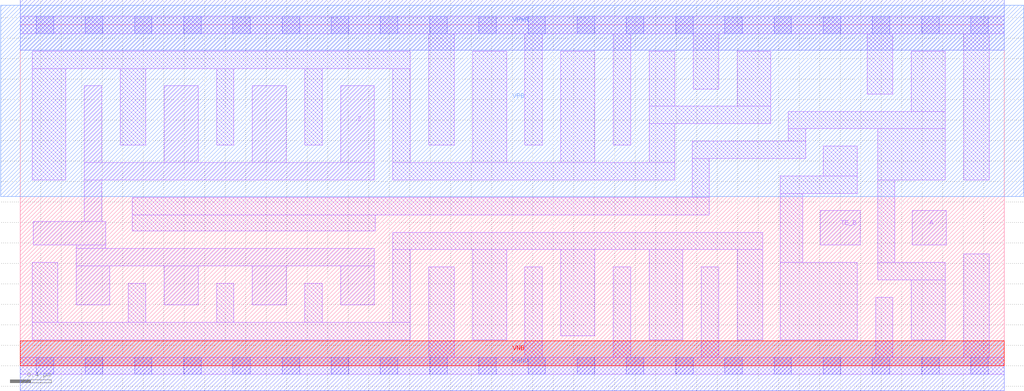
<source format=lef>
# Copyright 2020 The SkyWater PDK Authors
#
# Licensed under the Apache License, Version 2.0 (the "License");
# you may not use this file except in compliance with the License.
# You may obtain a copy of the License at
#
#     https://www.apache.org/licenses/LICENSE-2.0
#
# Unless required by applicable law or agreed to in writing, software
# distributed under the License is distributed on an "AS IS" BASIS,
# WITHOUT WARRANTIES OR CONDITIONS OF ANY KIND, either express or implied.
# See the License for the specific language governing permissions and
# limitations under the License.
#
# SPDX-License-Identifier: Apache-2.0

VERSION 5.7 ;
  NOWIREEXTENSIONATPIN ON ;
  DIVIDERCHAR "/" ;
  BUSBITCHARS "[]" ;
MACRO sky130_fd_sc_lp__ebufn_8
  CLASS CORE ;
  FOREIGN sky130_fd_sc_lp__ebufn_8 ;
  ORIGIN  0.000000  0.000000 ;
  SIZE  9.600000 BY  3.330000 ;
  SYMMETRY X Y R90 ;
  SITE unit ;
  PIN A
    ANTENNAGATEAREA  0.630000 ;
    DIRECTION INPUT ;
    USE SIGNAL ;
    PORT
      LAYER li1 ;
        RECT 8.705000 1.180000 9.035000 1.515000 ;
    END
  END A
  PIN TE_B
    ANTENNAGATEAREA  1.827000 ;
    DIRECTION INPUT ;
    USE SIGNAL ;
    PORT
      LAYER li1 ;
        RECT 7.805000 1.180000 8.195000 1.515000 ;
    END
  END TE_B
  PIN Z
    ANTENNADIFFAREA  2.352000 ;
    DIRECTION OUTPUT ;
    USE SIGNAL ;
    PORT
      LAYER li1 ;
        RECT 0.125000 1.180000 0.835000 1.410000 ;
        RECT 0.545000 0.595000 0.875000 0.975000 ;
        RECT 0.545000 0.975000 3.455000 1.145000 ;
        RECT 0.545000 1.145000 0.835000 1.180000 ;
        RECT 0.625000 1.410000 0.795000 1.815000 ;
        RECT 0.625000 1.815000 3.455000 1.985000 ;
        RECT 0.625000 1.985000 0.795000 2.735000 ;
        RECT 1.405000 0.595000 1.735000 0.975000 ;
        RECT 1.405000 1.985000 1.735000 2.735000 ;
        RECT 2.265000 0.595000 2.595000 0.975000 ;
        RECT 2.265000 1.985000 2.595000 2.735000 ;
        RECT 3.125000 0.595000 3.455000 0.975000 ;
        RECT 3.125000 1.985000 3.455000 2.735000 ;
    END
  END Z
  PIN VGND
    DIRECTION INOUT ;
    USE GROUND ;
    PORT
      LAYER met1 ;
        RECT 0.000000 -0.245000 9.600000 0.245000 ;
    END
  END VGND
  PIN VNB
    DIRECTION INOUT ;
    USE GROUND ;
    PORT
      LAYER pwell ;
        RECT 0.000000 0.000000 9.600000 0.245000 ;
    END
  END VNB
  PIN VPB
    DIRECTION INOUT ;
    USE POWER ;
    PORT
      LAYER nwell ;
        RECT -0.190000 1.655000 9.790000 3.520000 ;
    END
  END VPB
  PIN VPWR
    DIRECTION INOUT ;
    USE POWER ;
    PORT
      LAYER met1 ;
        RECT 0.000000 3.085000 9.600000 3.575000 ;
    END
  END VPWR
  OBS
    LAYER li1 ;
      RECT 0.000000 -0.085000 9.600000 0.085000 ;
      RECT 0.000000  3.245000 9.600000 3.415000 ;
      RECT 0.115000  0.255000 3.805000 0.425000 ;
      RECT 0.115000  0.425000 0.365000 1.010000 ;
      RECT 0.115000  1.815000 0.445000 2.905000 ;
      RECT 0.115000  2.905000 3.805000 3.075000 ;
      RECT 0.975000  2.155000 1.225000 2.905000 ;
      RECT 1.055000  0.425000 1.225000 0.805000 ;
      RECT 1.095000  1.315000 3.465000 1.475000 ;
      RECT 1.095000  1.475000 6.725000 1.645000 ;
      RECT 1.915000  0.425000 2.085000 0.805000 ;
      RECT 1.915000  2.155000 2.085000 2.905000 ;
      RECT 2.775000  0.425000 2.945000 0.805000 ;
      RECT 2.775000  2.155000 2.945000 2.905000 ;
      RECT 3.635000  0.425000 3.805000 1.135000 ;
      RECT 3.635000  1.135000 7.245000 1.305000 ;
      RECT 3.635000  1.815000 6.385000 1.985000 ;
      RECT 3.635000  1.985000 3.805000 2.905000 ;
      RECT 3.985000  0.085000 4.235000 0.965000 ;
      RECT 3.985000  2.155000 4.235000 3.245000 ;
      RECT 4.415000  0.255000 4.745000 1.135000 ;
      RECT 4.415000  1.985000 4.745000 3.075000 ;
      RECT 4.925000  0.085000 5.095000 0.965000 ;
      RECT 4.925000  2.155000 5.095000 3.245000 ;
      RECT 5.275000  0.295000 5.605000 1.135000 ;
      RECT 5.275000  1.985000 5.605000 3.075000 ;
      RECT 5.785000  0.085000 5.955000 0.965000 ;
      RECT 5.785000  2.155000 5.955000 3.245000 ;
      RECT 6.135000  0.255000 6.465000 1.135000 ;
      RECT 6.135000  1.985000 6.385000 2.365000 ;
      RECT 6.135000  2.365000 7.325000 2.535000 ;
      RECT 6.135000  2.535000 6.385000 3.075000 ;
      RECT 6.555000  1.645000 6.725000 2.025000 ;
      RECT 6.555000  2.025000 7.665000 2.195000 ;
      RECT 6.565000  2.705000 6.815000 3.245000 ;
      RECT 6.645000  0.085000 6.815000 0.965000 ;
      RECT 6.995000  0.255000 7.245000 1.135000 ;
      RECT 6.995000  2.535000 7.325000 3.075000 ;
      RECT 7.415000  0.255000 8.165000 1.010000 ;
      RECT 7.415000  1.010000 7.635000 1.685000 ;
      RECT 7.415000  1.685000 8.165000 1.855000 ;
      RECT 7.495000  2.195000 7.665000 2.315000 ;
      RECT 7.495000  2.315000 9.025000 2.485000 ;
      RECT 7.835000  1.855000 8.165000 2.145000 ;
      RECT 8.265000  2.655000 8.515000 3.245000 ;
      RECT 8.345000  0.085000 8.515000 0.670000 ;
      RECT 8.365000  0.840000 9.025000 1.010000 ;
      RECT 8.365000  1.010000 8.535000 1.815000 ;
      RECT 8.365000  1.815000 9.025000 2.315000 ;
      RECT 8.695000  0.255000 9.025000 0.840000 ;
      RECT 8.695000  2.485000 9.025000 3.075000 ;
      RECT 9.205000  0.085000 9.455000 1.095000 ;
      RECT 9.205000  1.815000 9.455000 3.245000 ;
    LAYER mcon ;
      RECT 0.155000 -0.085000 0.325000 0.085000 ;
      RECT 0.155000  3.245000 0.325000 3.415000 ;
      RECT 0.635000 -0.085000 0.805000 0.085000 ;
      RECT 0.635000  3.245000 0.805000 3.415000 ;
      RECT 1.115000 -0.085000 1.285000 0.085000 ;
      RECT 1.115000  3.245000 1.285000 3.415000 ;
      RECT 1.595000 -0.085000 1.765000 0.085000 ;
      RECT 1.595000  3.245000 1.765000 3.415000 ;
      RECT 2.075000 -0.085000 2.245000 0.085000 ;
      RECT 2.075000  3.245000 2.245000 3.415000 ;
      RECT 2.555000 -0.085000 2.725000 0.085000 ;
      RECT 2.555000  3.245000 2.725000 3.415000 ;
      RECT 3.035000 -0.085000 3.205000 0.085000 ;
      RECT 3.035000  3.245000 3.205000 3.415000 ;
      RECT 3.515000 -0.085000 3.685000 0.085000 ;
      RECT 3.515000  3.245000 3.685000 3.415000 ;
      RECT 3.995000 -0.085000 4.165000 0.085000 ;
      RECT 3.995000  3.245000 4.165000 3.415000 ;
      RECT 4.475000 -0.085000 4.645000 0.085000 ;
      RECT 4.475000  3.245000 4.645000 3.415000 ;
      RECT 4.955000 -0.085000 5.125000 0.085000 ;
      RECT 4.955000  3.245000 5.125000 3.415000 ;
      RECT 5.435000 -0.085000 5.605000 0.085000 ;
      RECT 5.435000  3.245000 5.605000 3.415000 ;
      RECT 5.915000 -0.085000 6.085000 0.085000 ;
      RECT 5.915000  3.245000 6.085000 3.415000 ;
      RECT 6.395000 -0.085000 6.565000 0.085000 ;
      RECT 6.395000  3.245000 6.565000 3.415000 ;
      RECT 6.875000 -0.085000 7.045000 0.085000 ;
      RECT 6.875000  3.245000 7.045000 3.415000 ;
      RECT 7.355000 -0.085000 7.525000 0.085000 ;
      RECT 7.355000  3.245000 7.525000 3.415000 ;
      RECT 7.835000 -0.085000 8.005000 0.085000 ;
      RECT 7.835000  3.245000 8.005000 3.415000 ;
      RECT 8.315000 -0.085000 8.485000 0.085000 ;
      RECT 8.315000  3.245000 8.485000 3.415000 ;
      RECT 8.795000 -0.085000 8.965000 0.085000 ;
      RECT 8.795000  3.245000 8.965000 3.415000 ;
      RECT 9.275000 -0.085000 9.445000 0.085000 ;
      RECT 9.275000  3.245000 9.445000 3.415000 ;
  END
END sky130_fd_sc_lp__ebufn_8
END LIBRARY

</source>
